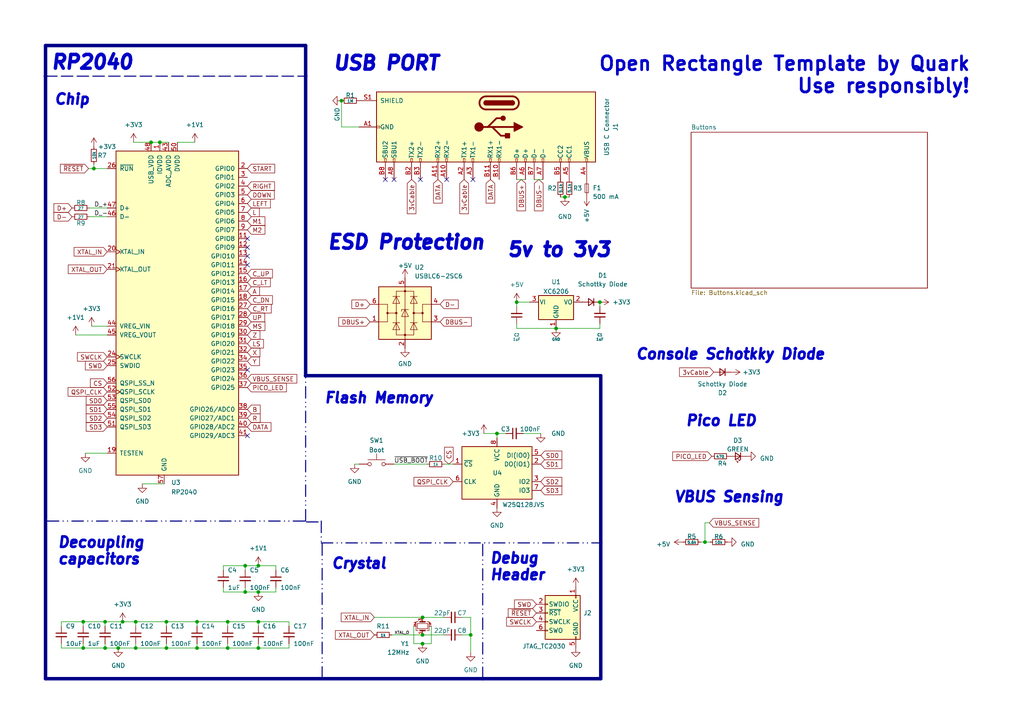
<source format=kicad_sch>
(kicad_sch (version 20230121) (generator eeschema)
  (paper "A4")
  (lib_symbols
    (symbol "Connector:USB_C_Receptacle" (pin_names (offset 1.016))
      (property "Reference" "J" (at -10.16 29.21 0))
      (property "Value" "USB_C_Receptacle" (at 10.16 29.21 0))
      (symbol "USB_C_Receptacle_1_1"
        (pin passive line (at 0 -40.64 90) (length 5.08) (name "GND") (number "A1"))
        (pin bidirectional line (at 15.24 -15.24 180) (length 5.08) (name "RX2-") (number "A10"))
        (pin bidirectional line (at 15.24 -17.78 180) (length 5.08) (name "RX2+") (number "A11"))
        (pin passive line (at 0 -40.64 90) (length 5.08) hide (name "GND") (number "A12"))
        (pin bidirectional line (at 15.24 -10.16 180) (length 5.08) (name "TX1+") (number "A2"))
        (pin bidirectional line (at 15.24 -7.62 180) (length 5.08) (name "TX1-") (number "A3"))
        (pin passive line (at 15.24 25.4 180) (length 5.08) (name "VBUS") (number "A4"))
        (pin bidirectional line (at 15.24 20.32 180) (length 5.08) (name "CC1") (number "A5"))
        (pin bidirectional line (at 15.24 7.62 180) (length 5.08) (name "D+") (number "A6"))
        (pin bidirectional line (at 15.24 12.7 180) (length 5.08) (name "D-") (number "A7"))
        (pin bidirectional line (at 15.24 -30.48 180) (length 5.08) (name "SBU1") (number "A8"))
        (pin passive line (at 15.24 25.4 180) (length 5.08) hide (name "VBUS") (number "A9"))
        (pin passive line (at 0 -40.64 90) (length 5.08) hide (name "GND") (number "B1"))
        (pin bidirectional line (at 15.24 0 180) (length 5.08) (name "RX1-") (number "B10"))
        (pin bidirectional line (at 15.24 -2.54 180) (length 5.08) (name "RX1+") (number "B11"))
        (pin passive line (at 0 -40.64 90) (length 5.08) hide (name "GND") (number "B12"))
        (pin bidirectional line (at 15.24 -25.4 180) (length 5.08) (name "TX2+") (number "B2"))
        (pin bidirectional line (at 15.24 -22.86 180) (length 5.08) (name "TX2-") (number "B3"))
        (pin passive line (at 15.24 25.4 180) (length 5.08) hide (name "VBUS") (number "B4"))
        (pin bidirectional line (at 15.24 17.78 180) (length 5.08) (name "CC2") (number "B5"))
        (pin bidirectional line (at 15.24 5.08 180) (length 5.08) (name "D+") (number "B6"))
        (pin bidirectional line (at 15.24 10.16 180) (length 5.08) (name "D-") (number "B7"))
        (pin bidirectional line (at 15.24 -33.02 180) (length 5.08) (name "SBU2") (number "B8"))
        (pin passive line (at 15.24 25.4 180) (length 5.08) hide (name "VBUS") (number "B9"))
        (pin passive line (at -7.62 -40.64 90) (length 5.08) (name "SHIELD") (number "S1"))
      )
    )
    (symbol "Device:C_Small" (pin_numbers hide) (pin_names (offset 0.254) hide)
      (property "Reference" "C" (at 0.254 1.778 0))
      (property "Value" "C_Small" (at 0.254 -2.032 0))
      (symbol "C_Small_1_1"
        (pin passive line (at 0 2.54 270) (length 2.032) (name "~") (number "1"))
        (pin passive line (at 0 -2.54 90) (length 2.032) (name "~") (number "2"))
      )
    )
    (symbol "Device:Crystal_GND24_Small" (pin_names (offset 1.016) hide)
      (property "Reference" "Y" (at 1.27 4.445 0))
      (property "Value" "Crystal_GND24_Small" (at 1.27 2.54 0))
      (symbol "Crystal_GND24_Small_1_1"
        (pin passive line (at -2.54 0 0) (length 1.27) (name "1") (number "1"))
        (pin passive line (at 0 -2.54 90) (length 0.635) (name "2") (number "2"))
        (pin passive line (at 2.54 0 180) (length 1.27) (name "3") (number "3"))
        (pin passive line (at 0 2.54 270) (length 0.635) (name "4") (number "4"))
      )
    )
    (symbol "Device:D_Small" (pin_numbers hide) (pin_names (offset 0.254) hide)
      (property "Reference" "D" (at -1.27 2.032 0))
      (property "Value" "D_Small" (at -3.81 -2.032 0))
      (symbol "D_Small_1_1"
        (pin passive line (at -2.54 0 0) (length 1.778) (name "K") (number "1"))
        (pin passive line (at 2.54 0 180) (length 1.778) (name "A") (number "2"))
      )
    )
    (symbol "Device:Fuse_Small" (pin_numbers hide) (pin_names (offset 0.254) hide)
      (property "Reference" "F" (at 0 -1.524 0))
      (property "Value" "Fuse_Small" (at 0 1.524 0))
      (symbol "Fuse_Small_1_1"
        (pin passive line (at -2.54 0 0) (length 1.27) (name "~") (number "1"))
        (pin passive line (at 2.54 0 180) (length 1.27) (name "~") (number "2"))
      )
    )
    (symbol "Device:LED_Small" (pin_numbers hide) (pin_names (offset 0.254) hide)
      (property "Reference" "D" (at -1.27 3.175 0))
      (property "Value" "LED_Small" (at -4.445 -2.54 0))
      (symbol "LED_Small_1_1"
        (pin passive line (at -2.54 0 0) (length 1.778) (name "K") (number "1"))
        (pin passive line (at 2.54 0 180) (length 1.778) (name "A") (number "2"))
      )
    )
    (symbol "Device:R_Small" (pin_numbers hide) (pin_names (offset 0.254) hide)
      (property "Reference" "R" (at 0.762 0.508 0))
      (property "Value" "R_Small" (at 0.762 -1.016 0))
      (symbol "R_Small_1_1"
        (pin passive line (at 0 2.54 270) (length 0.762) (name "~") (number "1"))
        (pin passive line (at 0 -2.54 90) (length 0.762) (name "~") (number "2"))
      )
    )
    (symbol "Memory_Flash:W25Q128JVS"
      (property "Reference" "U" (at -8.89 8.89 0))
      (property "Value" "W25Q128JVS" (at 7.62 8.89 0))
      (symbol "W25Q128JVS_1_1"
        (pin input line (at -12.7 2.54 0) (length 2.54) (name "~{CS}") (number "1"))
        (pin bidirectional line (at 12.7 2.54 180) (length 2.54) (name "DO(IO1)") (number "2"))
        (pin bidirectional line (at 12.7 -2.54 180) (length 2.54) (name "IO2") (number "3"))
        (pin power_in line (at 0 -10.16 90) (length 2.54) (name "GND") (number "4"))
        (pin bidirectional line (at 12.7 5.08 180) (length 2.54) (name "DI(IO0)") (number "5"))
        (pin input line (at -12.7 -2.54 0) (length 2.54) (name "CLK") (number "6"))
        (pin bidirectional line (at 12.7 -5.08 180) (length 2.54) (name "IO3") (number "7"))
        (pin power_in line (at 0 10.16 270) (length 2.54) (name "VCC") (number "8"))
      )
    )
    (symbol "Power_Protection:USBLC6-2SC6" (pin_names hide)
      (property "Reference" "U" (at 2.54 8.89 0))
      (property "Value" "USBLC6-2SC6" (at 2.54 -8.89 0))
      (symbol "USBLC6-2SC6_1_1"
        (pin passive line (at -10.16 -2.54 0) (length 2.54) (name "I/O1") (number "1"))
        (pin passive line (at 0 -10.16 90) (length 2.54) (name "GND") (number "2"))
        (pin passive line (at 10.16 -2.54 180) (length 2.54) (name "I/O2") (number "3"))
        (pin passive line (at 10.16 2.54 180) (length 2.54) (name "I/O2") (number "4"))
        (pin passive line (at 0 10.16 270) (length 2.54) (name "VBUS") (number "5"))
        (pin passive line (at -10.16 2.54 0) (length 2.54) (name "I/O1") (number "6"))
      )
    )
    (symbol "Regulator_Linear:XC6206PxxxMR" (pin_names (offset 0.254))
      (property "Reference" "U" (at -3.81 3.175 0))
      (property "Value" "XC6206PxxxMR" (at 0 3.175 0))
      (symbol "XC6206PxxxMR_1_1"
        (pin power_in line (at 0 -7.62 90) (length 2.54) (name "GND") (number "1"))
        (pin power_out line (at 7.62 0 180) (length 2.54) (name "VO") (number "2"))
        (pin power_in line (at -7.62 0 0) (length 2.54) (name "VI") (number "3"))
      )
    )
    (symbol "Sleep-lib:RP2040" (pin_names (offset 1.016))
      (property "Reference" "U" (at 8.89 51.435 0))
      (property "Value" "RP2040" (at 8.89 48.895 0))
      (symbol "RP2040_1_1"
        (pin power_in line (at -5.08 50.8 270) (length 2.54) (name "IOVDD") (number "1"))
        (pin power_in line (at -5.08 50.8 270) (length 2.54) hide (name "IOVDD") (number "10"))
        (pin input line (at 20.32 22.86 180) (length 2.54) (name "GPIO8") (number "11"))
        (pin input line (at 20.32 20.32 180) (length 2.54) (name "GPIO9") (number "12"))
        (pin input line (at 20.32 17.78 180) (length 2.54) (name "GPIO10") (number "13"))
        (pin input line (at 20.32 15.24 180) (length 2.54) (name "GPIO11") (number "14"))
        (pin input line (at 20.32 12.7 180) (length 2.54) (name "GPIO12") (number "15"))
        (pin input line (at 20.32 10.16 180) (length 2.54) (name "GPIO13") (number "16"))
        (pin input line (at 20.32 7.62 180) (length 2.54) (name "GPIO14") (number "17"))
        (pin input line (at 20.32 5.08 180) (length 2.54) (name "GPIO15") (number "18"))
        (pin input line (at -20.32 -39.37 0) (length 2.54) (name "TESTEN") (number "19"))
        (pin input line (at 20.32 43.18 180) (length 2.54) (name "GPIO0") (number "2"))
        (pin input clock (at -20.32 19.05 0) (length 2.54) (name "XTAL_IN") (number "20"))
        (pin input clock (at -20.32 13.97 0) (length 2.54) (name "XTAL_OUT") (number "21"))
        (pin power_in line (at -5.08 50.8 270) (length 2.54) hide (name "IOVDD") (number "22"))
        (pin power_in line (at 0 50.8 270) (length 2.54) hide (name "DVDD") (number "23"))
        (pin input clock (at -20.32 -11.43 0) (length 2.54) (name "SWCLK") (number "24"))
        (pin bidirectional line (at -20.32 -13.97 0) (length 2.54) (name "SWDIO") (number "25"))
        (pin input line (at -20.32 43.18 0) (length 2.54) (name "~{RUN}") (number "26"))
        (pin input line (at 20.32 2.54 180) (length 2.54) (name "GPIO16") (number "27"))
        (pin input line (at 20.32 0 180) (length 2.54) (name "GPIO17") (number "28"))
        (pin input line (at 20.32 -2.54 180) (length 2.54) (name "GPIO18") (number "29"))
        (pin input line (at 20.32 40.64 180) (length 2.54) (name "GPIO1") (number "3"))
        (pin input line (at 20.32 -5.08 180) (length 2.54) (name "GPIO19") (number "30"))
        (pin input line (at 20.32 -7.62 180) (length 2.54) (name "GPIO20") (number "31"))
        (pin input line (at 20.32 -10.16 180) (length 2.54) (name "GPIO21") (number "32"))
        (pin power_in line (at -5.08 50.8 270) (length 2.54) hide (name "IOVDD") (number "33"))
        (pin input line (at 20.32 -12.7 180) (length 2.54) (name "GPIO22") (number "34"))
        (pin input line (at 20.32 -15.24 180) (length 2.54) (name "GPIO23") (number "35"))
        (pin input line (at 20.32 -17.78 180) (length 2.54) (name "GPIO24") (number "36"))
        (pin input line (at 20.32 -20.32 180) (length 2.54) (name "GPIO25") (number "37"))
        (pin input line (at 20.32 -26.67 180) (length 2.54) (name "GPIO26/ADC0") (number "38"))
        (pin input line (at 20.32 -29.21 180) (length 2.54) (name "GPIO27/ADC1") (number "39"))
        (pin input line (at 20.32 38.1 180) (length 2.54) (name "GPIO2") (number "4"))
        (pin input line (at 20.32 -31.75 180) (length 2.54) (name "GPIO28/ADC2") (number "40"))
        (pin input line (at 20.32 -34.29 180) (length 2.54) (name "GPIO29/ADC3") (number "41"))
        (pin power_in line (at -5.08 50.8 270) (length 2.54) hide (name "IOVDD") (number "42"))
        (pin power_in line (at -2.54 50.8 270) (length 2.54) (name "ADC_AVDD") (number "43"))
        (pin power_in line (at -20.32 -2.54 0) (length 2.54) (name "VREG_VIN") (number "44"))
        (pin power_out line (at -20.32 -5.08 0) (length 2.54) (name "VREG_VOUT") (number "45"))
        (pin bidirectional line (at -20.32 29.21 0) (length 2.54) (name "D-") (number "46"))
        (pin bidirectional line (at -20.32 31.75 0) (length 2.54) (name "D+") (number "47"))
        (pin power_in line (at -7.62 50.8 270) (length 2.54) (name "USB_VDD") (number "48"))
        (pin power_in line (at -5.08 50.8 270) (length 2.54) hide (name "IOVDD") (number "49"))
        (pin input line (at 20.32 35.56 180) (length 2.54) (name "GPIO3") (number "5"))
        (pin power_in line (at 0 50.8 270) (length 2.54) (name "DVDD") (number "50"))
        (pin bidirectional line (at -20.32 -31.75 0) (length 2.54) (name "QSPI_SD3") (number "51"))
        (pin input clock (at -20.32 -21.59 0) (length 2.54) (name "QSPI_SCLK") (number "52"))
        (pin bidirectional line (at -20.32 -24.13 0) (length 2.54) (name "QSPI_SD0") (number "53"))
        (pin bidirectional line (at -20.32 -29.21 0) (length 2.54) (name "QSPI_SD2") (number "54"))
        (pin bidirectional line (at -20.32 -26.67 0) (length 2.54) (name "QSPI_SD1") (number "55"))
        (pin bidirectional line (at -20.32 -19.05 0) (length 2.54) (name "QSPI_SS_N") (number "56"))
        (pin power_in line (at -3.81 -48.26 90) (length 2.54) (name "GND") (number "57"))
        (pin input line (at 20.32 33.02 180) (length 2.54) (name "GPIO4") (number "6"))
        (pin input line (at 20.32 30.48 180) (length 2.54) (name "GPIO5") (number "7"))
        (pin input line (at 20.32 27.94 180) (length 2.54) (name "GPIO6") (number "8"))
        (pin input line (at 20.32 25.4 180) (length 2.54) (name "GPIO7") (number "9"))
      )
    )
    (symbol "Switch:SW_Push" (pin_numbers hide) (pin_names (offset 1.016) hide)
      (property "Reference" "SW" (at 1.27 2.54 0))
      (property "Value" "SW_Push" (at 0 -1.524 0))
      (symbol "SW_Push_0_1"
        (pin passive line (at -5.08 0 0) (length 2.54) (name "1") (number "1"))
        (pin passive line (at 5.08 0 180) (length 2.54) (name "2") (number "2"))
      )
    )
    (symbol "marbastlib-various:JTAG_TC2030" (pin_names (offset 1.016))
      (property "Reference" "J" (at -3.81 -6.35 0))
      (property "Value" "JTAG_TC2030" (at -10.16 8.89 0))
      (symbol "JTAG_TC2030_1_1"
        (pin passive line (at 5.08 10.16 270) (length 2.54) (name "VCC") (number "1"))
        (pin passive line (at -6.35 5.08 0) (length 2.54) (name "SWDIO") (number "2"))
        (pin passive line (at -6.35 2.54 0) (length 2.54) (name "~{RST}") (number "3"))
        (pin passive line (at -6.35 0 0) (length 2.54) (name "SWCLK") (number "4"))
        (pin passive line (at 5.08 -7.62 90) (length 2.54) (name "GND") (number "5"))
        (pin passive line (at -6.35 -2.54 0) (length 2.54) (name "SWO") (number "6"))
      )
    )
    (symbol "power:+1V1" (power) (pin_names (offset 0))
      (property "Value" "+1V1" (at 0 3.556 0))
      (symbol "+1V1_1_1"
        (pin power_in line (at 0 0 90) (length 0) hide (name "+1V1") (number "1"))
      )
    )
    (symbol "power:+3.3V" (power) (pin_names (offset 0))
      (property "Value" "+3.3V" (at 0 3.556 0))
      (symbol "+3.3V_1_1"
        (pin power_in line (at 0 0 90) (length 0) hide (name "+3V3") (number "1"))
      )
    )
    (symbol "power:+3V3" (power) (pin_names (offset 0))
      (property "Value" "+3V3" (at 0 3.556 0))
      (symbol "+3V3_1_1"
        (pin power_in line (at 0 0 90) (length 0) hide (name "+3V3") (number "1"))
      )
    )
    (symbol "power:+5V" (power) (pin_names (offset 0))
      (property "Value" "+5V" (at 0 3.556 0))
      (symbol "+5V_1_1"
        (pin power_in line (at 0 0 90) (length 0) hide (name "+5V") (number "1"))
      )
    )
    (symbol "power:GND" (power) (pin_names (offset 0))
      (property "Value" "GND" (at 0 -3.81 0))
      (symbol "GND_1_1"
        (pin power_in line (at 0 0 270) (length 0) hide (name "GND") (number "1"))
      )
    )
  )
  (junction (at 74.93 164.084))
  (junction (at 140.001 196.85))
  (junction (at 39.37 187.96))
  (junction (at 57.15 180.34))
  (junction (at 66.04 187.96))
  (junction (at 24.13 180.34))
  (junction (at 30.48 180.34))
  (junction (at 35.56 180.34))
  (junction (at 122.555 179.07))
  (junction (at 174.244 157.4631))
  (junction (at 30.48 187.96))
  (junction (at 136.525 184.15))
  (junction (at 48.26 180.34))
  (junction (at 34.29 187.96))
  (junction (at 204.47 157.226))
  (junction (at 74.93 180.34))
  (junction (at 46.355 41.275))
  (junction (at 13.208 22.098))
  (junction (at 149.86 87.63) (diameter 0.9144))
  (junction (at 71.12 164.084))
  (junction (at 122.555 186.69))
  (junction (at 57.15 187.96))
  (junction (at 43.815 41.275))
  (junction (at 74.93 187.96))
  (junction (at 24.13 187.96))
  (junction (at 71.12 171.704))
  (junction (at 173.99 87.63))
  (junction (at 74.93 171.704))
  (junction (at 88.646 22.098))
  (junction (at 27.2222 48.895))
  (junction (at 144.145 125.73))
  (junction (at 99.06 29.21))
  (junction (at 161.29 95.25) (diameter 0.9144))
  (junction (at 48.26 187.96))
  (junction (at 39.37 180.34))
  (junction (at 122.555 184.15))
  (junction (at 66.04 180.34))
  (junction (at 88.646 108.966))
  (junction (at 163.8554 57.15))
  (no_connect (at 71.755 76.835))
  (no_connect (at 71.755 69.215))
  (no_connect (at 71.755 107.315))
  (no_connect (at 114.3 52.07))
  (no_connect (at 71.755 71.755))
  (no_connect (at 129.54 52.07))
  (no_connect (at 71.755 74.295))
  (no_connect (at 71.755 126.365))
  (no_connect (at 137.16 52.07))
  (no_connect (at 111.76 52.07))
  (no_connect (at 121.92 52.07))
  (wire (pts (xy 31.115 97.155) (xy 21.9456 97.155)))
  (wire (pts (xy 57.15 180.34) (xy 57.15 181.61)))
  (wire (pts (xy 17.78 187.96) (xy 24.13 187.96)))
  (wire (pts (xy 43.815 41.275) (xy 46.355 41.275)))
  (wire (pts (xy 136.525 179.07) (xy 136.525 184.15)))
  (wire (pts (xy 64.77 164.084) (xy 64.77 165.354)))
  (wire (pts (xy 57.15 186.69) (xy 57.15 187.96)))
  (wire (pts (xy 24.765 131.445) (xy 31.115 131.445)))
  (wire (pts (xy 125.095 181.61) (xy 125.095 186.69)))
  (wire (pts (xy 120.015 181.61) (xy 120.015 186.69)))
  (wire (pts (xy 24.13 187.96) (xy 30.48 187.96)))
  (wire (pts (xy 27.2222 47.625) (xy 27.2222 48.895)))
  (wire (pts (xy 71.12 164.084) (xy 71.12 165.354)))
  (wire (pts (xy 57.15 187.96) (xy 66.04 187.96)))
  (bus (pts (xy 174.244 157.4631) (xy 174.244 108.966)) (stroke (width 1)))
  (wire (pts (xy 74.93 187.96) (xy 83.82 187.96)))
  (wire (pts (xy 136.525 184.15) (xy 133.985 184.15)))
  (wire (pts (xy 17.78 180.34) (xy 24.13 180.34)))
  (wire (pts (xy 41.275 140.335) (xy 47.625 140.335)))
  (wire (pts (xy 114.3 134.62) (xy 123.825 134.62)))
  (wire (pts (xy 64.77 171.704) (xy 71.12 171.704)))
  (wire (pts (xy 102.87 134.62) (xy 104.14 134.62)))
  (wire (pts (xy 161.29 95.25) (xy 149.86 95.25)))
  (wire (pts (xy 128.905 184.15) (xy 122.555 184.15)))
  (wire (pts (xy 25.9842 62.865) (xy 31.115 62.865)))
  (wire (pts (xy 144.145 125.73) (xy 146.685 125.73)))
  (bus (pts (xy 88.646 108.966) (xy 174.244 108.966)) (stroke (width 1)))
  (bus (pts (xy 174.244 157.4631) (xy 174.244 157.48)))
  (wire (pts (xy 30.48 180.34) (xy 35.56 180.34)))
  (bus (pts (xy 88.646 13.208) (xy 88.646 22.098)) (stroke (width 1)))
  (wire (pts (xy 25.9842 60.325) (xy 31.115 60.325)))
  (wire (pts (xy 80.01 164.084) (xy 80.01 165.354)))
  (wire (pts (xy 74.93 180.34) (xy 83.82 180.34)))
  (wire (pts (xy 149.86 87.63) (xy 149.86 88.9)))
  (wire (pts (xy 66.04 186.69) (xy 66.04 187.96)))
  (wire (pts (xy 39.37 187.96) (xy 48.26 187.96)))
  (wire (pts (xy 35.56 180.34) (xy 39.37 180.34)))
  (wire (pts (xy 203.2 157.226) (xy 204.47 157.226)))
  (wire (pts (xy 83.82 180.34) (xy 83.82 181.61)))
  (wire (pts (xy 51.435 41.275) (xy 56.515 41.275)))
  (wire (pts (xy 38.735 41.275) (xy 43.815 41.275)))
  (wire (pts (xy 39.37 187.96) (xy 39.37 186.69)))
  (wire (pts (xy 66.04 180.34) (xy 74.93 180.34)))
  (wire (pts (xy 74.93 171.704) (xy 80.01 171.704)))
  (wire (pts (xy 34.29 187.96) (xy 39.37 187.96)))
  (wire (pts (xy 48.26 180.34) (xy 48.26 181.61)))
  (wire (pts (xy 39.37 180.34) (xy 39.37 181.61)))
  (wire (pts (xy 83.82 187.96) (xy 83.82 186.69)))
  (wire (pts (xy 39.37 180.34) (xy 48.26 180.34)))
  (bus (pts (xy 140.001 196.85) (xy 174.244 196.85)) (stroke (width 1)))
  (bus (pts (xy 88.646 151.13) (xy 88.646 108.966)) (stroke (width 0) (type dash_dot_dot)))
  (wire (pts (xy 125.095 186.69) (xy 122.555 186.69)))
  (wire (pts (xy 74.93 164.084) (xy 80.01 164.084)))
  (bus (pts (xy 93.1852 151.13) (xy 93.1852 157.4631)) (stroke (width 0) (type dash_dot_dot)))
  (wire (pts (xy 108.585 179.07) (xy 122.555 179.07)))
  (wire (pts (xy 204.47 157.226) (xy 205.9178 157.226)))
  (wire (pts (xy 144.145 125.73) (xy 144.145 127)))
  (wire (pts (xy 71.12 171.704) (xy 74.93 171.704)))
  (wire (pts (xy 30.48 180.34) (xy 24.13 180.34)))
  (wire (pts (xy 149.86 93.98) (xy 149.86 95.25)))
  (wire (pts (xy 30.48 180.34) (xy 30.48 181.61)))
  (wire (pts (xy 48.26 187.96) (xy 57.15 187.96)))
  (wire (pts (xy 71.12 170.434) (xy 71.12 171.704)))
  (wire (pts (xy 162.56 57.15) (xy 163.8554 57.15)))
  (wire (pts (xy 128.905 134.62) (xy 131.445 134.62)))
  (wire (pts (xy 173.99 93.9546) (xy 173.99 95.25)))
  (wire (pts (xy 133.985 179.07) (xy 136.525 179.07)))
  (wire (pts (xy 99.06 36.83) (xy 99.06 29.21)))
  (wire (pts (xy 151.765 125.73) (xy 156.845 125.73)))
  (wire (pts (xy 74.93 180.34) (xy 74.93 181.61)))
  (bus (pts (xy 93.1852 157.4631) (xy 174.244 157.4631)) (stroke (width 0) (type dash_dot_dot)))
  (wire (pts (xy 120.015 186.69) (xy 122.555 186.69)))
  (wire (pts (xy 25.6793 48.895) (xy 27.2222 48.895)))
  (wire (pts (xy 157.48 52.07) (xy 154.94 52.07)))
  (wire (pts (xy 48.26 187.96) (xy 48.26 186.69)))
  (wire (pts (xy 80.01 171.704) (xy 80.01 170.434)))
  (wire (pts (xy 71.12 164.084) (xy 64.77 164.084)))
  (wire (pts (xy 26.5684 94.615) (xy 31.115 94.615)))
  (bus (pts (xy 13.208 22.098) (xy 88.646 22.098)) (stroke (width 0) (type dash)))
  (wire (pts (xy 140.335 125.73) (xy 144.145 125.73)))
  (bus (pts (xy 13.716 151.13) (xy 88.646 151.13)) (stroke (width 0) (type dash_dot_dot)))
  (bus (pts (xy 174.244 196.85) (xy 174.244 157.4631)) (stroke (width 1)))
  (bus (pts (xy 88.646 22.098) (xy 88.646 108.966)) (stroke (width 1)))
  (wire (pts (xy 57.15 180.34) (xy 66.04 180.34)))
  (wire (pts (xy 17.78 181.61) (xy 17.78 180.34)))
  (wire (pts (xy 66.04 187.96) (xy 74.93 187.96)))
  (wire (pts (xy 46.355 41.275) (xy 48.895 41.275)))
  (wire (pts (xy 74.93 187.96) (xy 74.93 186.69)))
  (wire (pts (xy 163.8554 57.15) (xy 165.1 57.15)))
  (wire (pts (xy 17.78 186.69) (xy 17.78 187.96)))
  (wire (pts (xy 27.2222 48.895) (xy 31.115 48.895)))
  (wire (pts (xy 74.93 164.084) (xy 71.12 164.084)))
  (wire (pts (xy 104.14 36.83) (xy 99.06 36.83)))
  (wire (pts (xy 205.74 151.638) (xy 204.47 151.638)))
  (bus (pts (xy 140.001 196.85) (xy 140.001 157.48)) (stroke (width 0) (type dash_dot_dot)))
  (wire (pts (xy 24.13 180.34) (xy 24.13 181.61)))
  (wire (pts (xy 204.47 151.638) (xy 204.47 157.226)))
  (bus (pts (xy 13.208 13.208) (xy 13.208 22.098)) (stroke (width 1)))
  (wire (pts (xy 66.04 180.34) (xy 66.04 181.61)))
  (wire (pts (xy 30.48 186.69) (xy 30.48 187.96)))
  (wire (pts (xy 64.77 170.434) (xy 64.77 171.704)))
  (bus (pts (xy 93.4392 157.7171) (xy 93.4392 197.104)) (stroke (width 0) (type dash_dot_dot)))
  (wire (pts (xy 128.905 179.07) (xy 122.555 179.07)))
  (wire (pts (xy 173.99 88.8746) (xy 173.99 87.63)))
  (wire (pts (xy 122.555 184.15) (xy 113.665 184.15)))
  (wire (pts (xy 30.48 187.96) (xy 34.29 187.96)))
  (wire (pts (xy 24.13 186.69) (xy 24.13 187.96)))
  (bus (pts (xy 13.208 196.85) (xy 140.001 196.85)) (stroke (width 1)))
  (wire (pts (xy 136.525 184.15) (xy 136.525 189.23)))
  (bus (pts (xy 13.208 13.208) (xy 88.646 13.208)) (stroke (width 1)))
  (wire (pts (xy 48.26 180.34) (xy 57.15 180.34)))
  (bus (pts (xy 13.208 22.098) (xy 13.208 196.85)) (stroke (width 1)))
  (wire (pts (xy 161.29 95.25) (xy 173.99 95.25)))
  (wire (pts (xy 152.4 52.07) (xy 149.86 52.07)))
  (wire (pts (xy 149.86 87.63) (xy 153.67 87.63)))
  (bus (pts (xy 88.9 151.384) (xy 93.4392 151.384)) (stroke (width 0) (type dash_dot_dot)))
  (text "Console Schotkky Diode" (at 184.15 104.648 0) (effects (font (size 3 3) (thickness 2) bold italic) (justify left bottom)))
  (text "Crystal" (at 95.885 165.354 0) (effects (font (size 3 3) (thickness 2) bold italic) (justify left bottom)))
  (text "USB PORT" (at 96.266 20.828 0) (effects (font (size 4 4) (thickness 2) bold italic) (justify left bottom)))
  (text "Flash Memory" (at 93.853 117.348 0) (effects (font (size 3 3) (thickness 2) bold italic) (justify left bottom)))
  (text "Pico LED" (at 198.628 123.952 0) (effects (font (size 3 3) (thickness 2) bold italic) (justify left bottom)))
  (text "Open Rectangle Template by Quark\nUse responsibly!" (at 281.686 27.432 0) (effects (font (size 4 4) (thickness 0.8) bold) (justify right bottom)))
  (text "RP2040" (at 14.478 20.574 0) (effects (font (size 4 4) (thickness 2) bold italic) (justify left bottom)))
  (text "Debug\nHeader" (at 141.859 168.656 0) (effects (font (size 3 3) (thickness 2) bold italic) (justify left bottom)))
  (text "VBUS Sensing" (at 195.326 146.05 0) (effects (font (size 3 3) (thickness 2) bold italic) (justify left bottom)))
  (text "Chip" (at 15.494 30.734 0) (effects (font (size 3 3) (thickness 2) bold italic) (justify left bottom)))
  (text "5v to 3v3" (at 146.812 74.93 0) (effects (font (size 4 4) (thickness 2) bold italic) (justify left bottom)))
  (text "ESD Protection" (at 94.615 72.771 0) (effects (font (size 4 4) (thickness 2) bold italic) (justify left bottom)))
  (text "Decoupling\ncapacitors" (at 16.51 164.084 0) (effects (font (size 3 3) (thickness 2) bold italic) (justify left bottom)))
  (label "D_+" (at 27.305 60.325 0))
  (label "~{USB_BOOT}" (at 114.3 134.62 0))
  (label "D_-" (at 27.305 62.865 0))
  (label "XTAL_O" (at 118.745 184.15 180) (effects (font (size 0.8 0.8))))
  (global_label "D+" (shape input) (at 107.315 88.265 180) (property "Intersheetrefs" "${INTERSHEET_REFS}" (effects hide)))
  (global_label "C_UP" (shape input) (at 71.755 79.375 0) (property "Intersheetrefs" "${INTERSHEET_REFS}" (effects hide)))
  (global_label "3vCable" (shape input) (at 134.62 52.07 270) (property "Intersheetrefs" "${INTERSHEET_REFS}" (effects hide)))
  (global_label "~{RESET}" (shape input) (at 155.575 177.8 180) (property "Intersheetrefs" "${INTERSHEET_REFS}" (effects hide)))
  (global_label "SWD" (shape input) (at 155.575 175.26 180) (property "Intersheetrefs" "${INTERSHEET_REFS}" (effects hide)))
  (global_label "SD0" (shape input) (at 31.115 116.205 180) (property "Intersheetrefs" "${INTERSHEET_REFS}" (effects hide)))
  (global_label "START" (shape input) (at 71.755 48.895 0) (property "Intersheetrefs" "${INTERSHEET_REFS}" (effects hide)))
  (global_label "QSPI_CLK" (shape input) (at 131.445 139.7 180) (property "Intersheetrefs" "${INTERSHEET_REFS}" (effects hide)))
  (global_label "SD0" (shape input) (at 156.845 132.08 0) (property "Intersheetrefs" "${INTERSHEET_REFS}" (effects hide)))
  (global_label "D-" (shape input) (at 20.9042 62.865 180) (property "Intersheetrefs" "${INTERSHEET_REFS}" (effects hide)))
  (global_label "DATA" (shape input) (at 71.755 123.825 0) (property "Intersheetrefs" "${INTERSHEET_REFS}" (effects hide)))
  (global_label "SWD" (shape input) (at 31.115 106.045 180) (property "Intersheetrefs" "${INTERSHEET_REFS}" (effects hide)))
  (global_label "SD3" (shape input) (at 156.845 142.24 0) (property "Intersheetrefs" "${INTERSHEET_REFS}" (effects hide)))
  (global_label "M1" (shape input) (at 71.755 64.135 0) (property "Intersheetrefs" "${INTERSHEET_REFS}" (effects hide)))
  (global_label "PICO_LED" (shape input) (at 71.755 112.395 0) (property "Intersheetrefs" "${INTERSHEET_REFS}" (effects hide)))
  (global_label "PICO_LED" (shape input) (at 206.4258 132.334 180) (property "Intersheetrefs" "${INTERSHEET_REFS}" (effects hide)))
  (global_label "VBUS_SENSE" (shape input) (at 205.74 151.638 0) (property "Intersheetrefs" "${INTERSHEET_REFS}" (effects hide)))
  (global_label "MS" (shape input) (at 71.755 94.615 0) (property "Intersheetrefs" "${INTERSHEET_REFS}" (effects hide)))
  (global_label "DATA" (shape input) (at 142.24 52.07 270) (property "Intersheetrefs" "${INTERSHEET_REFS}" (effects hide)))
  (global_label "SD1" (shape input) (at 31.115 118.745 180) (property "Intersheetrefs" "${INTERSHEET_REFS}" (effects hide)))
  (global_label "SD3" (shape input) (at 31.115 123.825 180) (property "Intersheetrefs" "${INTERSHEET_REFS}" (effects hide)))
  (global_label "XTAL_OUT" (shape input) (at 31.115 78.105 180) (property "Intersheetrefs" "${INTERSHEET_REFS}" (effects hide)))
  (global_label "C_LT" (shape input) (at 71.755 81.915 0) (property "Intersheetrefs" "${INTERSHEET_REFS}" (effects hide)))
  (global_label "DBUS-" (shape input) (at 127.635 93.345 0) (property "Intersheetrefs" "${INTERSHEET_REFS}" (effects hide)))
  (global_label "R" (shape input) (at 71.755 121.285 0) (property "Intersheetrefs" "${INTERSHEET_REFS}" (effects hide)))
  (global_label "A" (shape input) (at 71.755 84.455 0) (property "Intersheetrefs" "${INTERSHEET_REFS}" (effects hide)))
  (global_label "D-" (shape input) (at 127.635 88.265 0) (property "Intersheetrefs" "${INTERSHEET_REFS}" (effects hide)))
  (global_label "M2" (shape input) (at 71.755 66.675 0) (property "Intersheetrefs" "${INTERSHEET_REFS}" (effects hide)))
  (global_label "CS" (shape input) (at 31.115 111.125 180) (property "Intersheetrefs" "${INTERSHEET_REFS}" (effects hide)))
  (global_label "SD2" (shape input) (at 156.845 139.7 0) (property "Intersheetrefs" "${INTERSHEET_REFS}" (effects hide)))
  (global_label "L" (shape input) (at 71.755 61.595 0) (property "Intersheetrefs" "${INTERSHEET_REFS}" (effects hide)))
  (global_label "3vCable" (shape input) (at 207.01 107.95 180) (property "Intersheetrefs" "${INTERSHEET_REFS}" (effects hide)))
  (global_label "DBUS-" (shape input) (at 156.2608 52.07 270) (property "Intersheetrefs" "${INTERSHEET_REFS}" (effects hide)))
  (global_label "Z" (shape input) (at 71.755 97.155 0) (property "Intersheetrefs" "${INTERSHEET_REFS}" (effects hide)))
  (global_label "CS" (shape input) (at 130.175 134.62 90) (property "Intersheetrefs" "${INTERSHEET_REFS}" (effects hide)))
  (global_label "C_RT" (shape input) (at 71.755 89.535 0) (property "Intersheetrefs" "${INTERSHEET_REFS}" (effects hide)))
  (global_label "C_DN" (shape input) (at 71.755 86.995 0) (property "Intersheetrefs" "${INTERSHEET_REFS}" (effects hide)))
  (global_label "XTAL_IN" (shape input) (at 31.115 73.025 180) (property "Intersheetrefs" "${INTERSHEET_REFS}" (effects hide)))
  (global_label "VBUS_SENSE" (shape input) (at 71.755 109.855 0) (property "Intersheetrefs" "${INTERSHEET_REFS}" (effects hide)))
  (global_label "RIGHT" (shape input) (at 71.755 53.975 0) (property "Intersheetrefs" "${INTERSHEET_REFS}" (effects hide)))
  (global_label "D+" (shape input) (at 20.9042 60.325 180) (property "Intersheetrefs" "${INTERSHEET_REFS}" (effects hide)))
  (global_label "QSPI_CLK" (shape input) (at 31.115 113.665 180) (property "Intersheetrefs" "${INTERSHEET_REFS}" (effects hide)))
  (global_label "B" (shape input) (at 71.755 118.745 0) (property "Intersheetrefs" "${INTERSHEET_REFS}" (effects hide)))
  (global_label "DBUS+" (shape input) (at 107.315 93.345 180) (property "Intersheetrefs" "${INTERSHEET_REFS}" (effects hide)))
  (global_label "DBUS+" (shape input) (at 151.1808 52.07 270) (property "Intersheetrefs" "${INTERSHEET_REFS}" (effects hide)))
  (global_label "~{RESET}" (shape input) (at 25.6793 48.895 180) (property "Intersheetrefs" "${INTERSHEET_REFS}" (effects hide)))
  (global_label "XTAL_OUT" (shape input) (at 108.585 184.15 180) (property "Intersheetrefs" "${INTERSHEET_REFS}" (effects hide)))
  (global_label "3vCable" (shape input) (at 119.38 52.07 270) (property "Intersheetrefs" "${INTERSHEET_REFS}" (effects hide)))
  (global_label "SWCLK" (shape input) (at 31.115 103.505 180) (property "Intersheetrefs" "${INTERSHEET_REFS}" (effects hide)))
  (global_label "LS" (shape input) (at 71.755 99.695 0) (property "Intersheetrefs" "${INTERSHEET_REFS}" (effects hide)))
  (global_label "LEFT" (shape input) (at 71.755 59.055 0) (property "Intersheetrefs" "${INTERSHEET_REFS}" (effects hide)))
  (global_label "SD2" (shape input) (at 31.115 121.285 180) (property "Intersheetrefs" "${INTERSHEET_REFS}" (effects hide)))
  (global_label "Y" (shape input) (at 71.755 104.775 0) (property "Intersheetrefs" "${INTERSHEET_REFS}" (effects hide)))
  (global_label "SWCLK" (shape input) (at 155.575 180.34 180) (property "Intersheetrefs" "${INTERSHEET_REFS}" (effects hide)))
  (global_label "DOWN" (shape input) (at 71.755 56.515 0) (property "Intersheetrefs" "${INTERSHEET_REFS}" (effects hide)))
  (global_label "SD1" (shape input) (at 156.845 134.62 0) (property "Intersheetrefs" "${INTERSHEET_REFS}" (effects hide)))
  (global_label "DATA" (shape input) (at 127 52.07 270) (property "Intersheetrefs" "${INTERSHEET_REFS}" (effects hide)))
  (global_label "UP" (shape input) (at 71.755 92.075 0) (property "Intersheetrefs" "${INTERSHEET_REFS}" (effects hide)))
  (global_label "X" (shape input) (at 71.755 102.235 0) (property "Intersheetrefs" "${INTERSHEET_REFS}" (effects hide)))
  (global_label "XTAL_IN" (shape input) (at 108.585 179.07 180) (property "Intersheetrefs" "${INTERSHEET_REFS}" (effects hide)))
  (symbol (lib_id "Device:R_Small") (at 200.66 157.226 90) (unit 1)
    (property "Reference" "R5" (at 201.9647 155.6231 90) (effects (justify left)))
    (property "Value" "5.6k" (at 202.0165 157.2929 90) (effects (font (size 0.8 0.8)) (justify left)))
    (property "Footprint" "Resistor_SMD:R_0603_1608Metric" (effects hide))
  )
  (symbol (lib_id "Device:R_Small") (at 23.4442 62.865 90) (unit 1)
    (property "Reference" "R9" (at 23.4442 64.7446 90))
    (property "Value" "27" (at 23.4442 62.9666 90) (effects (font (size 0.8 0.8))))
    (property "Footprint" "Resistor_SMD:R_0603_1608Metric" (effects hide))
    (property "LCSC" "C25190" (effects hide))
  )
  (symbol (lib_id "power:GND") (at 216.5858 132.334 90) (unit 1)
    (property "Reference" "#PWR018" (effects hide))
    (property "Value" "GND" (at 220.3958 132.969 90) (effects (justify right)))
  )
  (symbol (lib_id "Sleep-lib:RP2040") (at 51.435 92.075 0) (unit 1)
    (property "Reference" "U3" (at 49.6444 139.9445 0) (effects (justify left)))
    (property "Value" "RP2040" (at 49.6444 142.7196 0) (effects (justify left)))
    (property "Footprint" "footprints:RP2040-QFN-56" (effects hide))
    (property "Datasheet" "https://datasheets.raspberrypi.com/rp2040/rp2040-datasheet.pdf" (effects hide))
    (property "LCSC" "C2040" (effects hide))
  )
  (symbol (lib_id "power:GND") (at 102.87 134.62 0) (unit 1)
    (property "Reference" "#PWR019" (effects hide))
    (property "Value" "GND" (at 102.87 139.7 0))
  )
  (symbol (lib_id "Device:Fuse_Small") (at 170.18 54.61 270) (unit 1)
    (property "Reference" "F1" (at 171.9072 54.5084 90) (effects (justify left)))
    (property "Value" "500 mA" (at 171.9072 57.0484 90) (effects (justify left)))
    (property "Footprint" "Fuse:Fuse_1206_3216Metric" (effects hide))
  )
  (symbol (lib_id "Device:C_Small") (at 71.12 167.894 0) (unit 1)
    (property "Reference" "C5" (at 72.39 165.3539 0) (effects (justify left)))
    (property "Value" "100nF" (at 72.39 170.4339 0) (effects (justify left)))
    (property "Footprint" "Capacitor_SMD:C_0402_1005Metric" (effects hide))
    (property "LCSC" "C1525" (effects hide))
  )
  (symbol (lib_id "Device:D_Small") (at 171.45 87.63 180) (unit 1)
    (property "Reference" "D1" (at 174.8028 79.883 0))
    (property "Value" "Schottky Diode" (at 174.8028 82.423 0))
    (property "Footprint" "Diode_SMD:D_SOD-123" (effects hide))
    (property "LCSC" "C130880" (effects hide))
  )
  (symbol (lib_id "Device:C_Small") (at 57.15 184.15 0) (unit 1)
    (property "Reference" "C14" (at 58.42 181.6099 0) (effects (justify left)))
    (property "Value" "100nF" (at 58.42 186.6899 0) (effects (justify left)))
    (property "Footprint" "Capacitor_SMD:C_0402_1005Metric" (effects hide))
    (property "LCSC" "C1525" (effects hide))
  )
  (symbol (lib_id "Device:Crystal_GND24_Small") (at 122.555 181.61 270) (mirror x) (unit 1)
    (property "Reference" "Y1" (at 118.745 186.69 90) (effects (justify right)))
    (property "Value" "12MHz" (at 118.745 189.23 90) (effects (justify right)))
    (property "Footprint" "Crystal:Crystal_SMD_3225-4Pin_3.2x2.5mm" (effects hide))
    (property "LCSC" "C9002" (effects hide))
  )
  (symbol (lib_id "power:+1V1") (at 21.9456 97.155 0) (unit 1)
    (property "Reference" "#PWR012" (effects hide))
    (property "Value" "+1V1" (at 21.9456 92.075 0))
  )
  (symbol (lib_id "Device:C_Small") (at 149.86 91.44 180) (unit 1)
    (property "Reference" "C2" (at 149.86 97.155 0) (effects (font (size 0.762 0.762))))
    (property "Value" "1uF" (at 149.86 98.425 0) (effects (font (size 0.762 0.762))))
    (property "Footprint" "Capacitor_SMD:C_0402_1005Metric" (effects hide))
    (property "LCSC" "C52923" (effects hide))
  )
  (symbol (lib_id "marbastlib-various:JTAG_TC2030") (at 161.925 180.34 0) (unit 1)
    (property "Reference" "J2" (at 169.2148 177.7999 0) (effects (justify left)))
    (property "Value" "JTAG_TC2030" (at 151.511 187.452 0) (effects (justify left)))
    (property "Footprint" "marbastlib-various:CON_TC2030_outlined" (effects hide))
    (property "Datasheet" " ~" (effects hide))
  )
  (symbol (lib_id "Device:C_Small") (at 149.225 125.73 90) (unit 1)
    (property "Reference" "C3" (at 147.9549 124.46 90) (effects (justify left)))
    (property "Value" "100nF" (at 156.8449 124.46 90) (effects (justify left)))
    (property "Footprint" "Capacitor_SMD:C_0402_1005Metric" (effects hide))
    (property "LCSC" "C1525" (effects hide))
  )
  (symbol (lib_id "power:+3V3") (at 167.005 170.18 0) (unit 1)
    (property "Reference" "#PWR025" (effects hide))
    (property "Value" "+3V3" (at 167.005 165.1 0))
  )
  (symbol (lib_id "Device:R_Small") (at 111.125 184.15 270) (mirror x) (unit 1)
    (property "Reference" "R11" (at 111.125 181.61 90))
    (property "Value" "1k" (at 111.125 184.2449 90) (effects (font (size 0.8 0.8))))
    (property "Footprint" "Resistor_SMD:R_0402_1005Metric" (effects hide))
    (property "LCSC" "C11702" (effects hide))
  )
  (symbol (lib_id "power:GND") (at 41.275 140.335 0) (unit 1)
    (property "Reference" "#PWR020" (effects hide))
    (property "Value" "GND" (at 41.275 145.415 0))
  )
  (symbol (lib_id "Device:R_Small") (at 162.56 54.61 180) (unit 1)
    (property "Reference" "R2" (at 161.4931 54.61 0) (effects (justify left)))
    (property "Value" "5.1k" (at 162.6616 53.2892 90) (effects (font (size 0.8 0.8)) (justify left)))
    (property "Footprint" "Resistor_SMD:R_0402_1005Metric" (effects hide))
    (property "LCSC" "C25744" (effects hide))
  )
  (symbol (lib_id "Device:R_Small") (at 23.4442 60.325 90) (unit 1)
    (property "Reference" "R8" (at 23.4442 58.7756 90))
    (property "Value" "27" (at 23.4442 60.4266 90) (effects (font (size 0.8 0.8))))
    (property "Footprint" "Resistor_SMD:R_0603_1608Metric" (effects hide))
    (property "LCSC" "C25190" (effects hide))
  )
  (symbol (lib_id "power:+3V3") (at 27.2222 42.545 0) (unit 1)
    (property "Reference" "#PWR04" (effects hide))
    (property "Value" "+3V3" (at 31.0322 42.545 0))
  )
  (symbol (lib_id "Device:R_Small") (at 208.4578 157.226 90) (unit 1)
    (property "Reference" "R6" (at 209.7949 155.6531 90) (effects (justify left)))
    (property "Value" "10k" (at 209.5918 157.3376 90) (effects (font (size 0.8 0.8)) (justify left)))
    (property "Footprint" "Resistor_SMD:R_0603_1608Metric" (effects hide))
  )
  (symbol (lib_id "Device:C_Small") (at 173.99 91.4146 180) (unit 1)
    (property "Reference" "C1" (at 173.99 97.1296 0) (effects (font (size 0.762 0.762))))
    (property "Value" "1uF" (at 173.99 98.3996 0) (effects (font (size 0.762 0.762))))
    (property "Footprint" "Capacitor_SMD:C_0402_1005Metric" (effects hide))
    (property "LCSC" "C52923" (effects hide))
  )
  (symbol (lib_id "Device:C_Small") (at 80.01 167.894 0) (unit 1)
    (property "Reference" "C6" (at 81.28 165.3539 0) (effects (justify left)))
    (property "Value" "100nF" (at 81.28 170.4339 0) (effects (justify left)))
    (property "Footprint" "Capacitor_SMD:C_0402_1005Metric" (effects hide))
    (property "LCSC" "C1525" (effects hide))
  )
  (symbol (lib_id "Device:D_Small") (at 209.55 107.95 180) (unit 1)
    (property "Reference" "D2" (at 209.55 113.9444 0))
    (property "Value" "Schottky Diode" (at 209.55 111.4044 0))
    (property "Footprint" "Diode_SMD:D_SOD-123" (effects hide))
    (property "LCSC" "C130880" (effects hide))
  )
  (symbol (lib_id "power:+3V3") (at 35.56 180.34 0) (unit 1)
    (property "Reference" "#PWR027" (effects hide))
    (property "Value" "+3V3" (at 35.56 175.26 0))
  )
  (symbol (lib_id "power:GND") (at 136.525 189.23 0) (mirror y) (unit 1)
    (property "Reference" "#PWR031" (effects hide))
    (property "Value" "GND" (at 136.525 194.31 0))
  )
  (symbol (lib_id "Device:C_Small") (at 64.77 167.894 0) (unit 1)
    (property "Reference" "C4" (at 66.04 165.3539 0) (effects (justify left)))
    (property "Value" "1uF" (at 66.04 170.4339 0) (effects (justify left)))
    (property "Footprint" "Capacitor_SMD:C_0402_1005Metric" (effects hide))
    (property "LCSC" "C52923" (effects hide))
  )
  (symbol (lib_id "power:+1V1") (at 74.93 164.084 0) (unit 1)
    (property "Reference" "#PWR024" (effects hide))
    (property "Value" "+1V1" (at 74.93 159.004 0))
  )
  (symbol (lib_id "Regulator_Linear:XC6206PxxxMR") (at 161.29 87.63 0) (unit 1)
    (property "Reference" "U1" (at 161.29 81.7585 0))
    (property "Value" "XC6206" (at 161.29 84.5336 0))
    (property "Footprint" "Package_TO_SOT_SMD:SOT-23" (effects hide))
    (property "Datasheet" "https://www.torexsemi.com/file/xc6206/XC6206.pdf" (effects hide))
    (property "LCSC" "C5446" (effects hide))
  )
  (symbol (lib_id "Device:LED_Small") (at 214.0458 132.334 180) (unit 1)
    (property "Reference" "D3" (at 213.9823 127.762 0))
    (property "Value" "GREEN" (at 213.9823 130.302 0))
    (property "Footprint" "LED_SMD:LED_0805_2012Metric" (effects hide))
  )
  (symbol (lib_id "Device:C_Small") (at 17.78 184.15 0) (unit 1)
    (property "Reference" "C9" (at 19.05 181.6099 0) (effects (justify left)))
    (property "Value" "10uF" (at 19.05 186.6899 0) (effects (justify left)))
    (property "Footprint" "Capacitor_SMD:C_0402_1005Metric" (effects hide))
    (property "LCSC" "C15525" (effects hide))
  )
  (symbol (lib_id "Device:C_Small") (at 39.37 184.15 0) (unit 1)
    (property "Reference" "C12" (at 40.64 181.6099 0) (effects (justify left)))
    (property "Value" "100nF" (at 40.64 186.6899 0) (effects (justify left)))
    (property "Footprint" "Capacitor_SMD:C_0402_1005Metric" (effects hide))
    (property "LCSC" "C1525" (effects hide))
  )
  (symbol (lib_id "power:GND") (at 210.9978 157.226 90) (unit 1)
    (property "Reference" "#PWR023" (effects hide))
    (property "Value" "GND" (at 214.8078 157.861 90) (effects (justify right)))
  )
  (symbol (lib_id "Device:R_Small") (at 27.2222 45.085 0) (unit 1)
    (property "Reference" "R7" (at 28.2891 45.085 0) (effects (justify left)))
    (property "Value" "10k" (at 27.2985 46.2026 90) (effects (font (size 0.8 0.8)) (justify left)))
    (property "Footprint" "Resistor_SMD:R_0402_1005Metric" (effects hide))
    (property "LCSC" "C25744" (effects hide))
  )
  (symbol (lib_id "Device:C_Small") (at 131.445 179.07 270) (mirror x) (unit 1)
    (property "Reference" "C7" (at 133.985 177.8 90))
    (property "Value" "22pF" (at 128.27 177.8 90))
    (property "Footprint" "Capacitor_SMD:C_0402_1005Metric" (effects hide))
    (property "LCSC" "C1555" (effects hide))
  )
  (symbol (lib_id "power:+3.3V") (at 173.99 87.63 270) (unit 1)
    (property "Reference" "#PWR09" (effects hide))
    (property "Value" "+3.3V" (at 177.6222 87.6299 90) (effects (justify left)))
  )
  (symbol (lib_id "power:GND") (at 74.93 171.704 0) (unit 1)
    (property "Reference" "#PWR026" (effects hide))
    (property "Value" "GND" (at 74.93 176.784 0))
  )
  (symbol (lib_id "power:GND") (at 34.29 187.96 0) (unit 1)
    (property "Reference" "#PWR030" (effects hide))
    (property "Value" "GND" (at 34.29 193.04 0))
  )
  (symbol (lib_id "power:+3V3") (at 38.735 41.275 0) (unit 1)
    (property "Reference" "#PWR02" (effects hide))
    (property "Value" "+3V3" (at 38.735 36.195 0))
  )
  (symbol (lib_id "power:+3V3") (at 26.5684 94.615 0) (unit 1)
    (property "Reference" "#PWR010" (effects hide))
    (property "Value" "+3V3" (at 26.5684 89.535 0))
  )
  (symbol (lib_id "Device:C_Small") (at 83.82 184.15 0) (unit 1)
    (property "Reference" "C17" (at 85.09 181.6099 0) (effects (justify left)))
    (property "Value" "100nF" (at 85.09 186.6899 0) (effects (justify left)))
    (property "Footprint" "Capacitor_SMD:C_0402_1005Metric" (effects hide))
    (property "LCSC" "C1525" (effects hide))
  )
  (symbol (lib_id "Device:C_Small") (at 24.13 184.15 0) (unit 1)
    (property "Reference" "C10" (at 25.4 181.6099 0) (effects (justify left)))
    (property "Value" "1uF" (at 25.4 186.6899 0) (effects (justify left)))
    (property "Footprint" "Capacitor_SMD:C_0402_1005Metric" (effects hide))
    (property "LCSC" "C52923" (effects hide))
  )
  (symbol (lib_id "Device:C_Small") (at 48.26 184.15 0) (unit 1)
    (property "Reference" "C13" (at 49.53 181.6099 0) (effects (justify left)))
    (property "Value" "100nF" (at 49.53 186.6899 0) (effects (justify left)))
    (property "Footprint" "Capacitor_SMD:C_0402_1005Metric" (effects hide))
    (property "LCSC" "C1525" (effects hide))
  )
  (symbol (lib_id "power:GND") (at 161.29 95.25 0) (unit 1)
    (property "Reference" "#PWR011" (effects hide))
    (property "Value" "GND" (at 161.29 98.425 0) (effects (font (size 0.762 0.762))))
  )
  (symbol (lib_id "power:GND") (at 167.005 187.96 0) (unit 1)
    (property "Reference" "#PWR029" (effects hide))
    (property "Value" "GND" (at 167.005 193.04 0))
  )
  (symbol (lib_id "power:+1V1") (at 56.515 41.275 0) (unit 1)
    (property "Reference" "#PWR03" (effects hide))
    (property "Value" "+1V1" (at 56.515 36.195 0))
  )
  (symbol (lib_id "power:+3V3") (at 212.09 107.95 270) (unit 1)
    (property "Reference" "#PWR014" (effects hide))
    (property "Value" "+3V3" (at 220.6244 107.95 90) (effects (justify right)))
  )
  (symbol (lib_id "Device:R_Small") (at 165.1 54.61 0) (unit 1)
    (property "Reference" "R3" (at 166.1669 54.61 0) (effects (justify left)))
    (property "Value" "5.1k" (at 165.2016 55.9308 90) (effects (font (size 0.8 0.8)) (justify left)))
    (property "Footprint" "Resistor_SMD:R_0402_1005Metric" (effects hide))
    (property "LCSC" "C25744" (effects hide))
  )
  (symbol (lib_id "Device:C_Small") (at 30.48 184.15 0) (unit 1)
    (property "Reference" "C11" (at 31.75 181.6099 0) (effects (justify left)))
    (property "Value" "100nF" (at 31.75 186.6899 0) (effects (justify left)))
    (property "Footprint" "Capacitor_SMD:C_0402_1005Metric" (effects hide))
    (property "LCSC" "C1525" (effects hide))
  )
  (symbol (lib_id "Memory_Flash:W25Q128JVS") (at 144.145 137.16 0) (unit 1)
    (property "Reference" "U4" (at 142.875 137.16 0) (effects (justify left)))
    (property "Value" "W25Q128JVS" (at 145.6648 146.4022 0) (effects (justify left)))
    (property "Footprint" "Package_SO:SOIC-8_5.23x5.23mm_P1.27mm" (effects hide))
    (property "Datasheet" "http://www.winbond.com/resource-files/w25q128jv_dtr%20revc%2003272018%20plus.pdf" (effects hide))
    (property "LCSC" "C97521" (effects hide))
  )
  (symbol (lib_id "power:+3V3") (at 140.335 125.73 0) (unit 1)
    (property "Reference" "#PWR015" (effects hide))
    (property "Value" "+3V3" (at 136.525 125.73 0))
  )
  (symbol (lib_id "Device:R_Small") (at 126.365 134.62 90) (unit 1)
    (property "Reference" "R10" (at 126.3608 132.828 90))
    (property "Value" "1k" (at 126.3622 134.7009 90) (effects (font (size 0.8 0.8))))
    (property "Footprint" "Resistor_SMD:R_0402_1005Metric" (effects hide))
    (property "LCSC" "C11702" (effects hide))
  )
  (symbol (lib_id "Device:C_Small") (at 66.04 184.15 0) (unit 1)
    (property "Reference" "C15" (at 67.31 181.6099 0) (effects (justify left)))
    (property "Value" "100nF" (at 67.31 186.6899 0) (effects (justify left)))
    (property "Footprint" "Capacitor_SMD:C_0402_1005Metric" (effects hide))
    (property "LCSC" "C1525" (effects hide))
  )
  (symbol (lib_id "Connector:USB_C_Receptacle") (at 144.78 36.83 270) (unit 1)
    (property "Reference" "J1" (at 178.5112 36.83 0))
    (property "Value" "USB C Connector" (at 175.9712 36.83 0))
    (property "Footprint" "footprints:TYPE-C_24P_QCHT" (effects hide))
    (property "Datasheet" "https://www.usb.org/sites/default/files/documents/usb_type-c.zip" (effects hide))
    (property "LCSC" "C456013" (effects hide))
  )
  (symbol (lib_id "power:GND") (at 144.145 147.32 0) (unit 1)
    (property "Reference" "#PWR021" (effects hide))
    (property "Value" "GND" (at 144.145 152.4 0))
  )
  (symbol (lib_id "Device:C_Small") (at 74.93 184.15 0) (unit 1)
    (property "Reference" "C16" (at 76.2 181.6099 0) (effects (justify left)))
    (property "Value" "100nF" (at 76.2 186.6899 0) (effects (justify left)))
    (property "Footprint" "Capacitor_SMD:C_0402_1005Metric" (effects hide))
    (property "LCSC" "C1525" (effects hide))
  )
  (symbol (lib_id "power:+5V") (at 198.12 157.226 90) (unit 1)
    (property "Reference" "#PWR022" (effects hide))
    (property "Value" "+5V" (at 194.437 157.861 90) (effects (justify left)))
  )
  (symbol (lib_id "power:GND") (at 24.765 131.445 0) (unit 1)
    (property "Reference" "#PWR017" (effects hide))
    (property "Value" "GND" (at 24.765 136.525 0))
  )
  (symbol (lib_id "power:GND") (at 99.06 29.21 270) (unit 1)
    (property "Reference" "#PWR01" (effects hide))
    (property "Value" "GND" (at 97.7901 31.1404 0) (effects (justify left)))
  )
  (symbol (lib_id "power:GND") (at 122.555 186.69 0) (mirror y) (unit 1)
    (property "Reference" "#PWR028" (effects hide))
    (property "Value" "GND" (at 122.555 191.77 0))
  )
  (symbol (lib_id "Device:R_Small") (at 208.9658 132.334 90) (unit 1)
    (property "Reference" "R4" (at 210.8765 134.4111 90) (effects (justify left)))
    (property "Value" "470" (at 210.0998 132.4456 90) (effects (font (size 0.8 0.8)) (justify left)))
    (property "Footprint" "Resistor_SMD:R_0402_1005Metric" (effects hide))
  )
  (symbol (lib_id "Switch:SW_Push") (at 109.22 134.62 0) (unit 1) (in_bom no)
    (property "Reference" "SW1" (at 109.22 127.7325 0))
    (property "Value" "Boot" (at 109.22 130.5076 0))
    (property "Footprint" "Button_Switch_SMD:SW_SPST_SKQG_WithStem" (effects hide))
    (property "LCSC" "C5156480" (effects hide))
  )
  (symbol (lib_id "Power_Protection:USBLC6-2SC6") (at 117.475 90.805 0) (unit 1)
    (property "Reference" "U2" (at 120.2437 77.5462 0) (effects (justify left)))
    (property "Value" "USBLC6-2SC6" (at 120.2437 80.0862 0) (effects (justify left)))
    (property "Footprint" "Package_TO_SOT_SMD:SOT-23-6" (effects hide))
    (property "Datasheet" "https://www.st.com/resource/en/datasheet/usblc6-2.pdf" (effects hide))
  )
  (symbol (lib_id "power:+5V") (at 149.86 87.63 0) (unit 1)
    (property "Reference" "#PWR08" (effects hide))
    (property "Value" "+5V" (at 149.86 82.55 0))
  )
  (symbol (lib_id "power:GND") (at 156.845 125.73 0) (unit 1)
    (property "Reference" "#PWR016" (effects hide))
    (property "Value" "GND" (at 161.925 125.73 0))
  )
  (symbol (lib_id "Device:C_Small") (at 131.445 184.15 270) (mirror x) (unit 1)
    (property "Reference" "C8" (at 133.985 182.88 90))
    (property "Value" "22pF" (at 128.27 182.88 90))
    (property "Footprint" "Capacitor_SMD:C_0402_1005Metric" (effects hide))
    (property "LCSC" "C1555" (effects hide))
  )
  (symbol (lib_id "power:+5V") (at 117.475 80.645 0) (unit 1)
    (property "Reference" "#PWR07" (effects hide))
    (property "Value" "+5V" (at 117.475 77.0405 0))
  )
  (symbol (lib_id "power:GND") (at 163.8554 57.15 0) (unit 1)
    (property "Reference" "#PWR05" (effects hide))
    (property "Value" "GND" (at 163.8554 62.8396 0))
  )
  (symbol (lib_id "power:GND") (at 117.475 100.965 0) (unit 1)
    (property "Reference" "#PWR013" (effects hide))
    (property "Value" "GND" (at 117.475 105.5275 0))
  )
  (symbol (lib_id "Device:R_Small") (at 101.6 29.21 90) (unit 1)
    (property "Reference" "R1" (at 101.6 27.6606 90))
    (property "Value" "1M" (at 101.6 29.3116 90) (effects (font (size 0.8 0.8))))
    (property "Footprint" "Resistor_SMD:R_0603_1608Metric" (effects hide))
    (property "LCSC" "C25190" (effects hide))
  )
  (symbol (lib_id "power:+5V") (at 170.18 57.15 180) (unit 1)
    (property "Reference" "#PWR06" (effects hide))
    (property "Value" "+5V" (at 170.1801 60.6044 90) (effects (justify left)))
  )
  (sheet (at 200.4568 38.354) (size 68.5292 45.212) (stroke (width 0.1524))
    (property "Sheetname" "Buttons" (at 200.4568 37.6424 0) (effects (justify left bottom)))
    (property "Sheetfile" "Buttons.kicad_sch" (at 200.4568 84.1506 0) (effects (justify left top)))
  )
)
</source>
